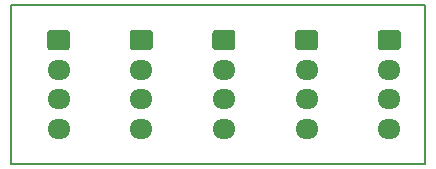
<source format=gbr>
%TF.GenerationSoftware,KiCad,Pcbnew,(5.1.9)-1*%
%TF.CreationDate,2021-06-10T11:21:26+02:00*%
%TF.ProjectId,20_Multiprise_JST_4pins,32305f4d-756c-4746-9970-726973655f4a,rev?*%
%TF.SameCoordinates,Original*%
%TF.FileFunction,Copper,L1,Top*%
%TF.FilePolarity,Positive*%
%FSLAX46Y46*%
G04 Gerber Fmt 4.6, Leading zero omitted, Abs format (unit mm)*
G04 Created by KiCad (PCBNEW (5.1.9)-1) date 2021-06-10 11:21:26*
%MOMM*%
%LPD*%
G01*
G04 APERTURE LIST*
%TA.AperFunction,Profile*%
%ADD10C,0.150000*%
%TD*%
%TA.AperFunction,ComponentPad*%
%ADD11O,1.950000X1.700000*%
%TD*%
G04 APERTURE END LIST*
D10*
X145000000Y-135500000D02*
X145000000Y-122000000D01*
X180000000Y-135500000D02*
X145000000Y-135500000D01*
X180000000Y-122000000D02*
X180000000Y-135500000D01*
X145000000Y-122000000D02*
X180000000Y-122000000D01*
%TO.P,J1,1*%
%TO.N,pin1*%
%TA.AperFunction,ComponentPad*%
G36*
G01*
X148275000Y-124150000D02*
X149725000Y-124150000D01*
G75*
G02*
X149975000Y-124400000I0J-250000D01*
G01*
X149975000Y-125600000D01*
G75*
G02*
X149725000Y-125850000I-250000J0D01*
G01*
X148275000Y-125850000D01*
G75*
G02*
X148025000Y-125600000I0J250000D01*
G01*
X148025000Y-124400000D01*
G75*
G02*
X148275000Y-124150000I250000J0D01*
G01*
G37*
%TD.AperFunction*%
D11*
%TO.P,J1,2*%
%TO.N,pin2*%
X149000000Y-127500000D03*
%TO.P,J1,3*%
%TO.N,pin3*%
X149000000Y-130000000D03*
%TO.P,J1,4*%
%TO.N,pin4*%
X149000000Y-132500000D03*
%TD*%
%TO.P,J2,4*%
%TO.N,pin4*%
X156000000Y-132500000D03*
%TO.P,J2,3*%
%TO.N,pin3*%
X156000000Y-130000000D03*
%TO.P,J2,2*%
%TO.N,pin2*%
X156000000Y-127500000D03*
%TO.P,J2,1*%
%TO.N,pin1*%
%TA.AperFunction,ComponentPad*%
G36*
G01*
X155275000Y-124150000D02*
X156725000Y-124150000D01*
G75*
G02*
X156975000Y-124400000I0J-250000D01*
G01*
X156975000Y-125600000D01*
G75*
G02*
X156725000Y-125850000I-250000J0D01*
G01*
X155275000Y-125850000D01*
G75*
G02*
X155025000Y-125600000I0J250000D01*
G01*
X155025000Y-124400000D01*
G75*
G02*
X155275000Y-124150000I250000J0D01*
G01*
G37*
%TD.AperFunction*%
%TD*%
%TO.P,J3,1*%
%TO.N,pin1*%
%TA.AperFunction,ComponentPad*%
G36*
G01*
X169275000Y-124150000D02*
X170725000Y-124150000D01*
G75*
G02*
X170975000Y-124400000I0J-250000D01*
G01*
X170975000Y-125600000D01*
G75*
G02*
X170725000Y-125850000I-250000J0D01*
G01*
X169275000Y-125850000D01*
G75*
G02*
X169025000Y-125600000I0J250000D01*
G01*
X169025000Y-124400000D01*
G75*
G02*
X169275000Y-124150000I250000J0D01*
G01*
G37*
%TD.AperFunction*%
%TO.P,J3,2*%
%TO.N,pin2*%
X170000000Y-127500000D03*
%TO.P,J3,3*%
%TO.N,pin3*%
X170000000Y-130000000D03*
%TO.P,J3,4*%
%TO.N,pin4*%
X170000000Y-132500000D03*
%TD*%
%TO.P,J4,4*%
%TO.N,pin4*%
X163000000Y-132500000D03*
%TO.P,J4,3*%
%TO.N,pin3*%
X163000000Y-130000000D03*
%TO.P,J4,2*%
%TO.N,pin2*%
X163000000Y-127500000D03*
%TO.P,J4,1*%
%TO.N,pin1*%
%TA.AperFunction,ComponentPad*%
G36*
G01*
X162275000Y-124150000D02*
X163725000Y-124150000D01*
G75*
G02*
X163975000Y-124400000I0J-250000D01*
G01*
X163975000Y-125600000D01*
G75*
G02*
X163725000Y-125850000I-250000J0D01*
G01*
X162275000Y-125850000D01*
G75*
G02*
X162025000Y-125600000I0J250000D01*
G01*
X162025000Y-124400000D01*
G75*
G02*
X162275000Y-124150000I250000J0D01*
G01*
G37*
%TD.AperFunction*%
%TD*%
%TO.P,J5,1*%
%TO.N,pin1*%
%TA.AperFunction,ComponentPad*%
G36*
G01*
X176275000Y-124150000D02*
X177725000Y-124150000D01*
G75*
G02*
X177975000Y-124400000I0J-250000D01*
G01*
X177975000Y-125600000D01*
G75*
G02*
X177725000Y-125850000I-250000J0D01*
G01*
X176275000Y-125850000D01*
G75*
G02*
X176025000Y-125600000I0J250000D01*
G01*
X176025000Y-124400000D01*
G75*
G02*
X176275000Y-124150000I250000J0D01*
G01*
G37*
%TD.AperFunction*%
%TO.P,J5,2*%
%TO.N,pin2*%
X177000000Y-127500000D03*
%TO.P,J5,3*%
%TO.N,pin3*%
X177000000Y-130000000D03*
%TO.P,J5,4*%
%TO.N,pin4*%
X177000000Y-132500000D03*
%TD*%
M02*

</source>
